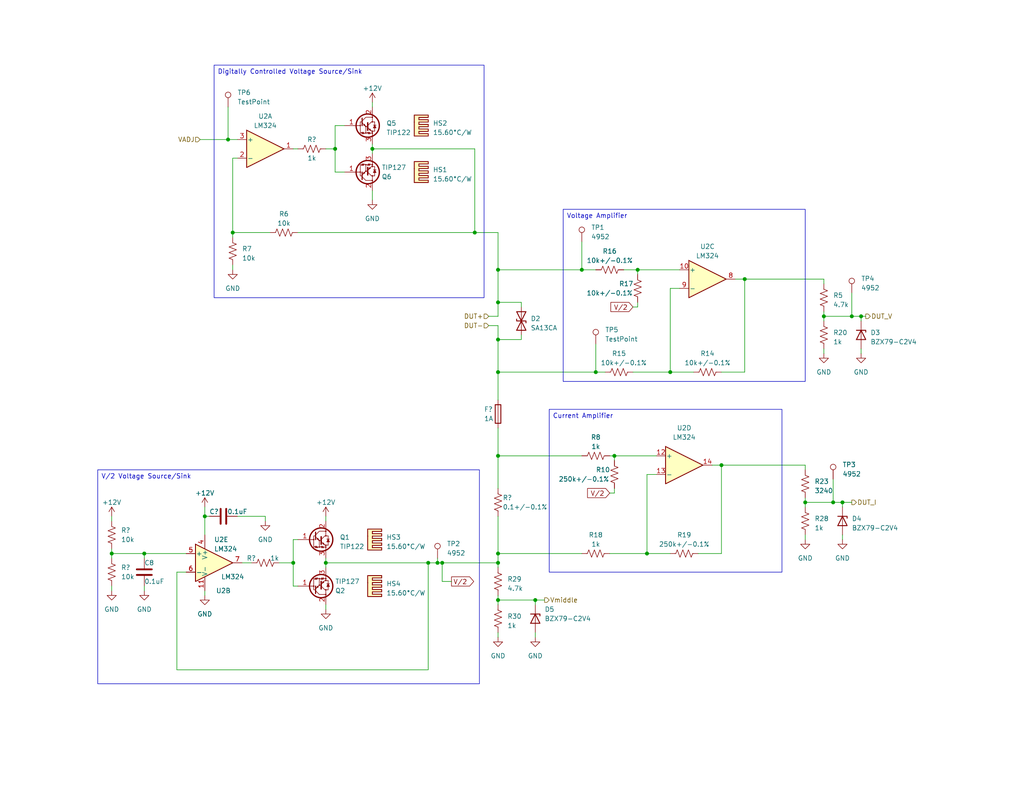
<source format=kicad_sch>
(kicad_sch (version 20230121) (generator eeschema)
  (paper "A")
  (title_block (title "Analog Front End") (date "2023-08-05") (rev "2") (comment 1 "Designed by Marek Newton"))
  (lib_symbols
    (symbol "Amplifier_Operational:LM6144xIx" (pin_names (offset 0.127))
      (property "Reference" "U" (at 0 5.08 0))
      (property "Value" "LM6144xIx" (at 0 -5.08 0))
      (symbol "LM6144xIx_1_1"
        (polyline (pts (xy -5.08 5.08) (xy 5.08 0) (xy -5.08 -5.08) (xy -5.08 5.08)) (stroke (width 0.254)) (fill (type background)))
        (pin output line (at 7.62 0 180) (length 2.54) (name "~") (number "1"))
        (pin input line (at -7.62 -2.54 0) (length 2.54) (name "-") (number "2"))
        (pin input line (at -7.62 2.54 0) (length 2.54) (name "+") (number "3"))
      )
      (symbol "LM6144xIx_2_1"
        (polyline (pts (xy -5.08 5.08) (xy 5.08 0) (xy -5.08 -5.08) (xy -5.08 5.08)) (stroke (width 0.254)) (fill (type background)))
        (pin input line (at -7.62 2.54 0) (length 2.54) (name "+") (number "5"))
        (pin input line (at -7.62 -2.54 0) (length 2.54) (name "-") (number "6"))
        (pin output line (at 7.62 0 180) (length 2.54) (name "~") (number "7"))
      )
      (symbol "LM6144xIx_3_1"
        (polyline (pts (xy -5.08 5.08) (xy 5.08 0) (xy -5.08 -5.08) (xy -5.08 5.08)) (stroke (width 0.254)) (fill (type background)))
        (pin input line (at -7.62 2.54 0) (length 2.54) (name "+") (number "10"))
        (pin output line (at 7.62 0 180) (length 2.54) (name "~") (number "8"))
        (pin input line (at -7.62 -2.54 0) (length 2.54) (name "-") (number "9"))
      )
      (symbol "LM6144xIx_4_1"
        (polyline (pts (xy -5.08 5.08) (xy 5.08 0) (xy -5.08 -5.08) (xy -5.08 5.08)) (stroke (width 0.254)) (fill (type background)))
        (pin input line (at -7.62 2.54 0) (length 2.54) (name "+") (number "12"))
        (pin input line (at -7.62 -2.54 0) (length 2.54) (name "-") (number "13"))
        (pin output line (at 7.62 0 180) (length 2.54) (name "~") (number "14"))
      )
      (symbol "LM6144xIx_5_1"
        (pin power_in line (at -2.54 -7.62 90) (length 3.81) (name "V-") (number "11"))
        (pin power_in line (at -2.54 7.62 270) (length 3.81) (name "V+") (number "4"))
      )
    )
    (symbol "Connector:TestPoint" (pin_numbers hide) (pin_names (offset 0.762) hide)
      (property "Reference" "TP" (at 0 6.858 0))
      (property "Value" "TestPoint" (at 0 5.08 0))
      (symbol "TestPoint_0_1"
        (circle (center 0 3.302) (radius 0.762))
      )
      (symbol "TestPoint_1_1"
        (pin passive line (at 0 0 90) (length 2.54) (name "1") (number "1"))
      )
    )
    (symbol "Device:C" (pin_numbers hide) (pin_names (offset 0.254))
      (property "Reference" "C" (at 0.635 2.54 0))
      (property "Value" "C" (at 0.635 -2.54 0))
      (symbol "C_0_1"
        (polyline (pts (xy -2.032 -0.762) (xy 2.032 -0.762)) (stroke (width 0.508)))
        (polyline (pts (xy -2.032 0.762) (xy 2.032 0.762)) (stroke (width 0.508)))
      )
      (symbol "C_1_1"
        (pin passive line (at 0 3.81 270) (length 2.794) (name "~") (number "1"))
        (pin passive line (at 0 -3.81 90) (length 2.794) (name "~") (number "2"))
      )
    )
    (symbol "Device:D_TVS" (pin_numbers hide) (pin_names (offset 1.016) hide)
      (property "Reference" "D" (at 0 2.54 0))
      (property "Value" "D_TVS" (at 0 -2.54 0))
      (symbol "D_TVS_0_1"
        (polyline (pts (xy 1.27 0) (xy -1.27 0)))
        (polyline (pts (xy 0.508 1.27) (xy 0 1.27) (xy 0 -1.27) (xy -0.508 -1.27)) (stroke (width 0.254)))
        (polyline (pts (xy -2.54 1.27) (xy -2.54 -1.27) (xy 2.54 1.27) (xy 2.54 -1.27) (xy -2.54 1.27)) (stroke (width 0.254)))
      )
      (symbol "D_TVS_1_1"
        (pin passive line (at -3.81 0 0) (length 2.54) (name "A1") (number "1"))
        (pin passive line (at 3.81 0 180) (length 2.54) (name "A2") (number "2"))
      )
    )
    (symbol "Device:D_Zener" (pin_numbers hide) (pin_names (offset 1.016) hide)
      (property "Reference" "D" (at 0 2.54 0))
      (property "Value" "D_Zener" (at 0 -2.54 0))
      (symbol "D_Zener_0_1"
        (polyline (pts (xy 1.27 0) (xy -1.27 0)))
        (polyline (pts (xy -1.27 -1.27) (xy -1.27 1.27) (xy -0.762 1.27)) (stroke (width 0.254)))
        (polyline (pts (xy 1.27 -1.27) (xy 1.27 1.27) (xy -1.27 0) (xy 1.27 -1.27)) (stroke (width 0.254)))
      )
      (symbol "D_Zener_1_1"
        (pin passive line (at -3.81 0 0) (length 2.54) (name "K") (number "1"))
        (pin passive line (at 3.81 0 180) (length 2.54) (name "A") (number "2"))
      )
    )
    (symbol "Device:Fuse" (pin_numbers hide) (pin_names (offset 0))
      (property "Reference" "F" (at 2.032 0 90))
      (property "Value" "Fuse" (at -1.905 0 90))
      (symbol "Fuse_0_1"
        (rectangle (start -0.762 -2.54) (end 0.762 2.54) (stroke (width 0.254)))
        (polyline (pts (xy 0 2.54) (xy 0 -2.54)))
      )
      (symbol "Fuse_1_1"
        (pin passive line (at 0 3.81 270) (length 1.27) (name "~") (number "1"))
        (pin passive line (at 0 -3.81 90) (length 1.27) (name "~") (number "2"))
      )
    )
    (symbol "Device:R_US" (pin_numbers hide) (pin_names (offset 0))
      (property "Reference" "R" (at 2.54 0 90))
      (property "Value" "R_US" (at -2.54 0 90))
      (symbol "R_US_0_1"
        (polyline (pts (xy 0 -2.286) (xy 0 -2.54)))
        (polyline (pts (xy 0 2.286) (xy 0 2.54)))
        (polyline (pts (xy 0 -0.762) (xy 1.016 -1.143) (xy 0 -1.524) (xy -1.016 -1.905) (xy 0 -2.286)))
        (polyline (pts (xy 0 0.762) (xy 1.016 0.381) (xy 0 0) (xy -1.016 -0.381) (xy 0 -0.762)))
        (polyline (pts (xy 0 2.286) (xy 1.016 1.905) (xy 0 1.524) (xy -1.016 1.143) (xy 0 0.762)))
      )
      (symbol "R_US_1_1"
        (pin passive line (at 0 3.81 270) (length 1.27) (name "~") (number "1"))
        (pin passive line (at 0 -3.81 90) (length 1.27) (name "~") (number "2"))
      )
    )
    (symbol "Mechanical:Heatsink" (pin_names (offset 1.016))
      (property "Reference" "HS" (at 0 5.08 0))
      (property "Value" "Heatsink" (at 0 -1.27 0))
      (symbol "Heatsink_0_1"
        (polyline (pts (xy -0.3302 1.27) (xy -0.9652 1.27) (xy -0.9652 3.81) (xy -1.6002 3.81) (xy -1.6002 1.27) (xy -2.2352 1.27) (xy -2.2352 3.81) (xy -2.8702 3.81) (xy -2.8702 0) (xy -0.9652 0)) (stroke (width 0.254)) (fill (type background)))
        (polyline (pts (xy -0.3302 1.27) (xy -0.3302 3.81) (xy 0.3048 3.81) (xy 0.3048 1.27) (xy 0.9398 1.27) (xy 0.9398 3.81) (xy 1.5748 3.81) (xy 1.5748 1.27) (xy 2.2098 1.27) (xy 2.2098 3.81) (xy 2.8448 3.81) (xy 2.8448 0) (xy -0.9652 0)) (stroke (width 0.254)) (fill (type background)))
      )
    )
    (symbol "Transistor_BJT:TIP122" (pin_names (offset 0) hide)
      (property "Reference" "Q" (at 5.08 1.905 0))
      (property "Value" "TIP122" (at 5.08 0 0))
      (symbol "TIP122_0_1"
        (circle (center -0.762 0) (radius 0.127))
        (polyline (pts (xy -1.27 0) (xy -0.889 0)))
        (polyline (pts (xy 2.54 -2.032) (xy 2.54 -2.54)))
        (polyline (pts (xy 2.54 -1.524) (xy 3.175 -1.524)))
        (polyline (pts (xy 2.794 0.127) (xy 3.556 0.127)))
        (polyline (pts (xy 3.175 -0.635) (xy 3.175 -1.524)))
        (polyline (pts (xy 3.175 1.016) (xy 2.54 1.016)))
        (polyline (pts (xy 3.175 1.016) (xy 3.175 0.127)))
        (polyline (pts (xy -0.254 0.762) (xy 0.762 -0.254) (xy 1.27 -0.254)))
        (polyline (pts (xy -0.254 1.016) (xy -0.762 1.016) (xy -0.762 -2.032)))
        (polyline (pts (xy -0.254 1.27) (xy 0.762 2.286) (xy 2.54 2.286)))
        (polyline (pts (xy -0.254 2.032) (xy -0.254 0) (xy -0.254 0)) (stroke (width 0.3048)))
        (polyline (pts (xy 1.27 0.762) (xy 1.27 -1.27) (xy 1.27 -1.27)) (stroke (width 0.381)))
        (polyline (pts (xy 0.635 -0.127) (xy 0.381 0.381) (xy 0.127 0.127) (xy 0.635 -0.127)))
        (polyline (pts (xy 1.27 -0.508) (xy 2.286 -1.524) (xy 2.54 -1.524) (xy 2.54 -2.032)))
        (polyline (pts (xy 1.27 0) (xy 2.286 1.016) (xy 2.54 1.016) (xy 2.54 2.286)))
        (polyline (pts (xy 2.159 -1.397) (xy 1.905 -0.889) (xy 1.651 -1.143) (xy 2.159 -1.397)))
        (polyline (pts (xy 3.175 0.127) (xy 2.794 -0.635) (xy 3.556 -0.635) (xy 3.175 0.127)) (fill (type outline)))
        (polyline (pts (xy 0.762 -2.032) (xy 0.381 -2.032) (xy 0.254 -2.286) (xy 0.127 -1.778) (xy 0 -2.286) (xy -0.127 -1.778) (xy -0.254 -2.286) (xy -0.381 -1.778) (xy -0.508 -2.032) (xy -0.762 -2.032)))
        (polyline (pts (xy 0.762 -0.254) (xy 0.762 -2.032) (xy 1.143 -2.032) (xy 1.27 -1.778) (xy 1.397 -2.286) (xy 1.524 -1.778) (xy 1.651 -2.286) (xy 1.778 -1.778) (xy 1.905 -2.286) (xy 2.032 -2.032) (xy 2.54 -2.032)))
        (circle (center 0.762 -2.032) (radius 0.127))
        (circle (center 0.762 -0.254) (radius 0.127))
        (circle (center 1.27 0) (radius 3.175) (stroke (width 0.3556)))
        (circle (center 2.54 -2.032) (radius 0.127))
        (circle (center 2.54 -1.524) (radius 0.127))
        (circle (center 2.54 1.016) (radius 0.127))
        (circle (center 2.54 2.286) (radius 0.127))
      )
      (symbol "TIP122_1_1"
        (pin input line (at -5.08 0 0) (length 3.81) (name "B") (number "1"))
        (pin passive line (at 2.54 5.08 270) (length 2.667) (name "C") (number "2"))
        (pin passive line (at 2.54 -5.08 90) (length 2.54) (name "E") (number "3"))
      )
    )
    (symbol "Transistor_BJT:TIP127" (pin_names (offset 0) hide)
      (property "Reference" "Q" (at 5.08 1.905 0))
      (property "Value" "TIP127" (at 5.08 0 0))
      (symbol "TIP127_0_1"
        (circle (center -0.762 0) (radius 0.127))
        (polyline (pts (xy -1.27 0) (xy -0.889 0)))
        (polyline (pts (xy 2.54 -2.032) (xy 2.54 -2.54)))
        (polyline (pts (xy 2.54 -1.524) (xy 3.175 -1.524)))
        (polyline (pts (xy 2.794 -0.635) (xy 3.556 -0.635)))
        (polyline (pts (xy 3.175 -1.524) (xy 3.175 -0.635)))
        (polyline (pts (xy 3.175 0.127) (xy 3.175 1.016)))
        (polyline (pts (xy 3.175 1.016) (xy 2.54 1.016)))
        (polyline (pts (xy -0.254 0.762) (xy 0.762 -0.254) (xy 1.27 -0.254)))
        (polyline (pts (xy -0.254 1.016) (xy -0.762 1.016) (xy -0.762 -2.032)))
        (polyline (pts (xy -0.254 1.27) (xy 0.762 2.286) (xy 2.54 2.286)))
        (polyline (pts (xy -0.254 2.032) (xy -0.254 0) (xy -0.254 0)) (stroke (width 0.3048)))
        (polyline (pts (xy 1.27 0.762) (xy 1.27 -1.27) (xy 1.27 -1.27)) (stroke (width 0.381)))
        (polyline (pts (xy 0 0.508) (xy 0.254 0) (xy 0.508 0.254) (xy 0 0.508)))
        (polyline (pts (xy 1.27 -0.508) (xy 2.286 -1.524) (xy 2.54 -1.524) (xy 2.54 -2.032)))
        (polyline (pts (xy 1.27 0) (xy 2.286 1.016) (xy 2.54 1.016) (xy 2.54 2.286)))
        (polyline (pts (xy 1.524 -0.762) (xy 1.778 -1.27) (xy 2.032 -1.016) (xy 1.524 -0.762)))
        (polyline (pts (xy 3.175 -0.635) (xy 2.794 0.127) (xy 3.556 0.127) (xy 3.175 -0.635)) (fill (type outline)))
        (polyline (pts (xy 0.762 -2.032) (xy 0.381 -2.032) (xy 0.254 -2.286) (xy 0.127 -1.778) (xy 0 -2.286) (xy -0.127 -1.778) (xy -0.254 -2.286) (xy -0.381 -1.778) (xy -0.508 -2.032) (xy -0.762 -2.032)))
        (polyline (pts (xy 0.762 -0.254) (xy 0.762 -2.032) (xy 1.143 -2.032) (xy 1.27 -1.778) (xy 1.397 -2.286) (xy 1.524 -1.778) (xy 1.651 -2.286) (xy 1.778 -1.778) (xy 1.905 -2.286) (xy 2.032 -2.032) (xy 2.54 -2.032)))
        (circle (center 0.762 -2.032) (radius 0.127))
        (circle (center 0.762 -0.254) (radius 0.127))
        (circle (center 1.27 0) (radius 3.175) (stroke (width 0.3556)))
        (circle (center 2.54 -2.032) (radius 0.127))
        (circle (center 2.54 -1.524) (radius 0.127))
        (circle (center 2.54 1.016) (radius 0.127))
        (circle (center 2.54 2.286) (radius 0.127))
      )
      (symbol "TIP127_1_1"
        (pin input line (at -5.08 0 0) (length 3.81) (name "B") (number "1"))
        (pin passive line (at 2.54 5.08 270) (length 2.667) (name "C") (number "2"))
        (pin passive line (at 2.54 -5.08 90) (length 2.54) (name "E") (number "3"))
      )
    )
    (symbol "power:+12V" (power) (pin_names (offset 0))
      (property "Value" "+12V" (at 0 3.556 0))
      (symbol "+12V_0_1"
        (polyline (pts (xy -0.762 1.27) (xy 0 2.54)))
        (polyline (pts (xy 0 0) (xy 0 2.54)))
        (polyline (pts (xy 0 2.54) (xy 0.762 1.27)))
      )
      (symbol "+12V_1_1"
        (pin power_in line (at 0 0 90) (length 0) hide (name "+12V") (number "1"))
      )
    )
    (symbol "power:GND" (power) (pin_names (offset 0))
      (property "Value" "GND" (at 0 -3.81 0))
      (symbol "GND_0_1"
        (polyline (pts (xy 0 0) (xy 0 -1.27) (xy 1.27 -1.27) (xy 0 -2.54) (xy -1.27 -1.27) (xy 0 -1.27)))
      )
      (symbol "GND_1_1"
        (pin power_in line (at 0 0 270) (length 0) hide (name "GND") (number "1"))
      )
    )
  )
  (junction (at 176.53 151.13))
  (junction (at 167.64 124.46))
  (junction (at 135.89 151.13))
  (junction (at 101.6 40.64))
  (junction (at 91.44 40.64))
  (junction (at 146.05 163.83))
  (junction (at 135.89 73.66))
  (junction (at 62.23 38.1))
  (junction (at 158.75 73.66))
  (junction (at 135.89 101.6))
  (junction (at 120.65 153.67))
  (junction (at 182.88 101.6))
  (junction (at 39.37 151.13))
  (junction (at 116.84 153.67))
  (junction (at 55.88 140.97))
  (junction (at 88.9 153.67))
  (junction (at 135.89 163.83))
  (junction (at 227.33 137.16))
  (junction (at 203.2 76.2))
  (junction (at 135.89 82.55))
  (junction (at 224.79 86.36))
  (junction (at 135.89 92.71))
  (junction (at 196.85 127))
  (junction (at 63.5 63.5))
  (junction (at 30.48 151.13))
  (junction (at 129.54 63.5))
  (junction (at 219.71 137.16))
  (junction (at 234.95 86.36))
  (junction (at 135.89 153.67))
  (junction (at 232.41 86.36))
  (junction (at 229.87 137.16))
  (junction (at 119.38 153.67))
  (junction (at 135.89 124.46))
  (junction (at 173.99 73.66))
  (junction (at 162.56 101.6))
  (junction (at 80.01 153.67))
  (wire (pts (xy 203.2 76.2) (xy 224.79 76.2)))
  (wire (pts (xy 133.35 86.36) (xy 135.89 86.36)))
  (wire (pts (xy 179.07 129.54) (xy 176.53 129.54)))
  (wire (pts (xy 227.33 137.16) (xy 229.87 137.16)))
  (wire (pts (xy 55.88 161.29) (xy 55.88 162.56)))
  (wire (pts (xy 135.89 101.6) (xy 162.56 101.6)))
  (wire (pts (xy 176.53 129.54) (xy 176.53 151.13)))
  (wire (pts (xy 172.72 101.6) (xy 182.88 101.6)))
  (wire (pts (xy 146.05 163.83) (xy 148.59 163.83)))
  (wire (pts (xy 129.54 63.5) (xy 135.89 63.5)))
  (wire (pts (xy 219.71 147.32) (xy 219.71 146.05)))
  (wire (pts (xy 224.79 77.47) (xy 224.79 76.2)))
  (wire (pts (xy 30.48 140.97) (xy 30.48 142.24)))
  (wire (pts (xy 63.5 43.18) (xy 63.5 63.5)))
  (wire (pts (xy 88.9 153.67) (xy 116.84 153.67)))
  (wire (pts (xy 135.89 82.55) (xy 135.89 86.36)))
  (wire (pts (xy 176.53 151.13) (xy 182.88 151.13)))
  (wire (pts (xy 219.71 137.16) (xy 227.33 137.16)))
  (wire (pts (xy 101.6 52.07) (xy 101.6 54.61)))
  (wire (pts (xy 196.85 127) (xy 219.71 127)))
  (wire (pts (xy 229.87 137.16) (xy 232.41 137.16)))
  (wire (pts (xy 166.37 151.13) (xy 176.53 151.13)))
  (wire (pts (xy 63.5 72.39) (xy 63.5 73.66)))
  (wire (pts (xy 224.79 86.36) (xy 224.79 85.09)))
  (wire (pts (xy 116.84 153.67) (xy 116.84 182.88)))
  (wire (pts (xy 30.48 160.02) (xy 30.48 161.29)))
  (wire (pts (xy 135.89 101.6) (xy 135.89 109.22)))
  (wire (pts (xy 101.6 40.64) (xy 101.6 41.91)))
  (wire (pts (xy 135.89 82.55) (xy 142.24 82.55)))
  (wire (pts (xy 224.79 87.63) (xy 224.79 86.36)))
  (wire (pts (xy 158.75 73.66) (xy 162.56 73.66)))
  (wire (pts (xy 80.01 147.32) (xy 81.28 147.32)))
  (wire (pts (xy 162.56 101.6) (xy 165.1 101.6)))
  (wire (pts (xy 91.44 34.29) (xy 91.44 40.64)))
  (wire (pts (xy 173.99 73.66) (xy 173.99 74.93)))
  (wire (pts (xy 135.89 88.9) (xy 135.89 92.71)))
  (wire (pts (xy 219.71 137.16) (xy 219.71 135.89)))
  (wire (pts (xy 135.89 154.94) (xy 135.89 153.67)))
  (wire (pts (xy 120.65 153.67) (xy 135.89 153.67)))
  (wire (pts (xy 229.87 146.05) (xy 229.87 147.32)))
  (wire (pts (xy 54.61 38.1) (xy 62.23 38.1)))
  (wire (pts (xy 88.9 165.1) (xy 88.9 166.37)))
  (wire (pts (xy 185.42 78.74) (xy 182.88 78.74)))
  (wire (pts (xy 116.84 153.67) (xy 119.38 153.67)))
  (wire (pts (xy 146.05 172.72) (xy 146.05 173.99)))
  (wire (pts (xy 135.89 140.97) (xy 135.89 151.13)))
  (wire (pts (xy 135.89 172.72) (xy 135.89 173.99)))
  (wire (pts (xy 203.2 101.6) (xy 203.2 76.2)))
  (wire (pts (xy 55.88 140.97) (xy 55.88 146.05)))
  (wire (pts (xy 48.26 182.88) (xy 116.84 182.88)))
  (wire (pts (xy 135.89 73.66) (xy 158.75 73.66)))
  (wire (pts (xy 88.9 40.64) (xy 91.44 40.64)))
  (wire (pts (xy 166.37 124.46) (xy 167.64 124.46)))
  (wire (pts (xy 81.28 63.5) (xy 129.54 63.5)))
  (wire (pts (xy 81.28 160.02) (xy 80.01 160.02)))
  (wire (pts (xy 196.85 127) (xy 196.85 151.13)))
  (wire (pts (xy 80.01 153.67) (xy 80.01 160.02)))
  (wire (pts (xy 196.85 101.6) (xy 203.2 101.6)))
  (wire (pts (xy 135.89 163.83) (xy 146.05 163.83)))
  (wire (pts (xy 142.24 91.44) (xy 142.24 92.71)))
  (wire (pts (xy 234.95 86.36) (xy 236.22 86.36)))
  (wire (pts (xy 55.88 138.43) (xy 55.88 140.97)))
  (wire (pts (xy 88.9 153.67) (xy 88.9 154.94)))
  (wire (pts (xy 229.87 137.16) (xy 229.87 138.43)))
  (wire (pts (xy 72.39 142.24) (xy 72.39 140.97)))
  (wire (pts (xy 194.31 127) (xy 196.85 127)))
  (wire (pts (xy 170.18 73.66) (xy 173.99 73.66)))
  (wire (pts (xy 190.5 151.13) (xy 196.85 151.13)))
  (wire (pts (xy 146.05 163.83) (xy 146.05 165.1)))
  (wire (pts (xy 172.72 83.82) (xy 173.99 83.82)))
  (wire (pts (xy 203.2 76.2) (xy 200.66 76.2)))
  (wire (pts (xy 63.5 63.5) (xy 73.66 63.5)))
  (wire (pts (xy 232.41 86.36) (xy 234.95 86.36)))
  (wire (pts (xy 166.37 134.62) (xy 167.64 134.62)))
  (wire (pts (xy 224.79 86.36) (xy 232.41 86.36)))
  (wire (pts (xy 135.89 92.71) (xy 142.24 92.71)))
  (wire (pts (xy 135.89 162.56) (xy 135.89 163.83)))
  (wire (pts (xy 48.26 156.21) (xy 48.26 182.88)))
  (wire (pts (xy 88.9 140.97) (xy 88.9 142.24)))
  (wire (pts (xy 80.01 40.64) (xy 81.28 40.64)))
  (wire (pts (xy 50.8 156.21) (xy 48.26 156.21)))
  (wire (pts (xy 224.79 95.25) (xy 224.79 96.52)))
  (wire (pts (xy 101.6 40.64) (xy 129.54 40.64)))
  (wire (pts (xy 135.89 124.46) (xy 135.89 133.35)))
  (wire (pts (xy 219.71 138.43) (xy 219.71 137.16)))
  (wire (pts (xy 135.89 151.13) (xy 158.75 151.13)))
  (wire (pts (xy 66.04 153.67) (xy 68.58 153.67)))
  (wire (pts (xy 101.6 39.37) (xy 101.6 40.64)))
  (wire (pts (xy 135.89 73.66) (xy 135.89 82.55)))
  (wire (pts (xy 62.23 38.1) (xy 64.77 38.1)))
  (wire (pts (xy 135.89 116.84) (xy 135.89 124.46)))
  (wire (pts (xy 135.89 163.83) (xy 135.89 165.1)))
  (wire (pts (xy 72.39 140.97) (xy 64.77 140.97)))
  (wire (pts (xy 30.48 151.13) (xy 30.48 152.4)))
  (wire (pts (xy 182.88 101.6) (xy 189.23 101.6)))
  (wire (pts (xy 101.6 27.94) (xy 101.6 29.21)))
  (wire (pts (xy 76.2 153.67) (xy 80.01 153.67)))
  (wire (pts (xy 173.99 73.66) (xy 185.42 73.66)))
  (wire (pts (xy 232.41 80.01) (xy 232.41 86.36)))
  (wire (pts (xy 39.37 160.02) (xy 39.37 161.29)))
  (wire (pts (xy 234.95 96.52) (xy 234.95 95.25)))
  (wire (pts (xy 39.37 151.13) (xy 39.37 152.4)))
  (wire (pts (xy 133.35 88.9) (xy 135.89 88.9)))
  (wire (pts (xy 91.44 34.29) (xy 93.98 34.29)))
  (wire (pts (xy 129.54 40.64) (xy 129.54 63.5)))
  (wire (pts (xy 167.64 124.46) (xy 179.07 124.46)))
  (wire (pts (xy 30.48 149.86) (xy 30.48 151.13)))
  (wire (pts (xy 135.89 92.71) (xy 135.89 101.6)))
  (wire (pts (xy 120.65 158.75) (xy 120.65 153.67)))
  (wire (pts (xy 167.64 133.35) (xy 167.64 134.62)))
  (wire (pts (xy 63.5 43.18) (xy 64.77 43.18)))
  (wire (pts (xy 234.95 87.63) (xy 234.95 86.36)))
  (wire (pts (xy 39.37 151.13) (xy 50.8 151.13)))
  (wire (pts (xy 135.89 63.5) (xy 135.89 73.66)))
  (wire (pts (xy 173.99 82.55) (xy 173.99 83.82)))
  (wire (pts (xy 182.88 78.74) (xy 182.88 101.6)))
  (wire (pts (xy 62.23 29.21) (xy 62.23 38.1)))
  (wire (pts (xy 167.64 124.46) (xy 167.64 125.73)))
  (wire (pts (xy 80.01 147.32) (xy 80.01 153.67)))
  (wire (pts (xy 135.89 153.67) (xy 135.89 151.13)))
  (wire (pts (xy 227.33 130.81) (xy 227.33 137.16)))
  (wire (pts (xy 91.44 40.64) (xy 91.44 46.99)))
  (wire (pts (xy 30.48 151.13) (xy 39.37 151.13)))
  (wire (pts (xy 57.15 140.97) (xy 55.88 140.97)))
  (wire (pts (xy 63.5 63.5) (xy 63.5 64.77)))
  (wire (pts (xy 93.98 46.99) (xy 91.44 46.99)))
  (wire (pts (xy 158.75 124.46) (xy 135.89 124.46)))
  (wire (pts (xy 119.38 152.4) (xy 119.38 153.67)))
  (wire (pts (xy 162.56 93.98) (xy 162.56 101.6)))
  (wire (pts (xy 123.19 158.75) (xy 120.65 158.75)))
  (wire (pts (xy 219.71 128.27) (xy 219.71 127)))
  (wire (pts (xy 120.65 153.67) (xy 119.38 153.67)))
  (wire (pts (xy 142.24 83.82) (xy 142.24 82.55)))
  (wire (pts (xy 88.9 152.4) (xy 88.9 153.67)))
  (wire (pts (xy 158.75 66.04) (xy 158.75 73.66)))
  (text_box "Voltage Amplifier" (at 153.67 57.15 0) (size 66.04 46.99) (effects (font (size 1.27 1.27)) (justify left top)))
  (text_box "Digitally Controlled Voltage Source/Sink" (at 58.42 17.78 0) (size 73.66 63.5) (effects (font (size 1.27 1.27)) (justify left top)))
  (text_box "V/2 Voltage Source/Sink" (at 26.67 128.27 0) (size 104.14 58.42) (effects (font (size 1.27 1.27)) (justify left top)))
  (text_box "Current Amplifier" (at 149.86 111.76 0) (size 63.5 44.45) (effects (font (size 1.27 1.27)) (justify left top)))
  (global_label "V{slash}2" (shape input) (at 166.37 134.62 180) (property "Intersheetrefs" "${INTERSHEET_REFS}" (effects hide)))
  (global_label "V{slash}2" (shape input) (at 172.72 83.82 180) (property "Intersheetrefs" "${INTERSHEET_REFS}" (effects hide)))
  (global_label "V{slash}2" (shape output) (at 123.19 158.75 0) (property "Intersheetrefs" "${INTERSHEET_REFS}" (effects hide)))
  (hierarchical_label "VADJ" (shape input) (at 54.61 38.1 180))
  (hierarchical_label "DUT-" (shape input) (at 133.35 88.9 180))
  (hierarchical_label "DUT+" (shape input) (at 133.35 86.36 180))
  (hierarchical_label "DUT_I" (shape output) (at 232.41 137.16 0))
  (hierarchical_label "Vmiddle" (shape output) (at 148.59 163.83 0))
  (hierarchical_label "DUT_V" (shape output) (at 236.22 86.36 0))
  (symbol (lib_id "power:GND") (at 39.37 161.29 0) (mirror y) (unit 1)
    (property "Reference" "#PWR?" (effects hide))
    (property "Value" "GND" (at 39.37 166.37 0))
    (instances (project "USB_curve_tracer" (path "" (reference "#PWR?") (unit 1)) (path "" (reference "#PWR037") (unit 1))))
  )
  (symbol (lib_id "Device:R_US") (at 167.64 129.54 0) (unit 1)
    (property "Reference" "R10" (at 162.56 128.27 0) (effects (justify left)))
    (property "Value" "250k+/-0.1%" (at 152.4 130.81 0) (effects (justify left)))
    (property "Footprint" "Resistor_THT:R_Axial_DIN0207_L6.3mm_D2.5mm_P7.62mm_Horizontal" (effects hide))
  )
  (symbol (lib_id "power:GND") (at 224.79 96.52 0) (mirror y) (unit 1)
    (property "Reference" "#PWR?" (effects hide))
    (property "Value" "GND" (at 224.79 101.6 0))
    (instances (project "USB_curve_tracer" (path "" (reference "#PWR?") (unit 1)) (path "" (reference "#PWR033") (unit 1))))
  )
  (symbol (lib_id "Amplifier_Operational:LM6144xIx") (at 186.69 127 0) (unit 4)
    (property "Reference" "U2" (at 186.69 116.84 0))
    (property "Value" "LM324" (at 186.69 119.38 0))
    (property "Footprint" "Package_DIP:DIP-14_W7.62mm" (effects hide))
    (property "Datasheet" "https://www.ti.com/lit/ds/symlink/lm6142.pdf" (effects hide))
  )
  (symbol (lib_id "Device:C") (at 39.37 156.21 0) (unit 1)
    (property "Reference" "C8" (at 39.37 153.67 0) (effects (justify left)))
    (property "Value" "0.1uF" (at 39.37 158.75 0) (effects (justify left)))
    (property "Footprint" "Capacitor_THT:C_Disc_D6.0mm_W2.5mm_P5.00mm" (effects hide))
  )
  (symbol (lib_id "Mechanical:Heatsink") (at 113.03 46.99 270) (unit 1) (on_board no)
    (property "Reference" "HS1" (at 118.11 46.3423 90) (effects (justify left)))
    (property "Value" "15.60°C/W" (at 118.11 48.8823 90) (effects (justify left)))
  )
  (symbol (lib_id "Transistor_BJT:TIP127") (at 86.36 160.02 0) (mirror x) (unit 1)
    (property "Reference" "Q2" (at 91.44 161.29 0) (effects (justify left)))
    (property "Value" "TIP127" (at 91.44 158.75 0) (effects (justify left)))
    (property "Footprint" "Package_TO_SOT_THT:TO-220-3_Vertical" (effects hide))
    (property "Datasheet" "https://www.onsemi.com/pub/Collateral/TIP120-D.PDF" (effects hide))
  )
  (symbol (lib_id "Transistor_BJT:TIP122") (at 99.06 34.29 0) (unit 1)
    (property "Reference" "Q5" (at 105.41 33.655 0) (effects (justify left)))
    (property "Value" "TIP122" (at 105.41 36.195 0) (effects (justify left)))
    (property "Footprint" "Package_TO_SOT_THT:TO-220-3_Vertical" (effects hide))
    (property "Datasheet" "https://www.onsemi.com/pub/Collateral/TIP120-D.PDF" (effects hide))
  )
  (symbol (lib_id "Amplifier_Operational:LM6144xIx") (at 72.39 40.64 0) (unit 1)
    (property "Reference" "U2" (at 72.39 31.75 0))
    (property "Value" "LM324" (at 72.39 34.29 0))
    (property "Footprint" "Package_DIP:DIP-14_W7.62mm" (effects hide))
    (property "Datasheet" "https://www.ti.com/lit/ds/symlink/lm6142.pdf" (effects hide))
  )
  (symbol (lib_id "Amplifier_Operational:LM6144xIx") (at 58.42 153.67 0) (unit 5)
    (property "Reference" "U2" (at 58.42 147.32 0) (effects (justify left)))
    (property "Value" "LM324" (at 58.42 149.86 0) (effects (justify left)))
    (property "Footprint" "Package_DIP:DIP-14_W7.62mm" (effects hide))
    (property "Datasheet" "https://www.ti.com/lit/ds/symlink/lm6142.pdf" (effects hide))
  )
  (symbol (lib_id "Device:R_US") (at 135.89 158.75 0) (unit 1)
    (property "Reference" "R29" (at 138.43 158.115 0) (effects (justify left)))
    (property "Value" "4.7k" (at 138.43 160.655 0) (effects (justify left)))
    (property "Footprint" "Resistor_THT:R_Axial_DIN0207_L6.3mm_D2.5mm_P7.62mm_Horizontal" (effects hide))
  )
  (symbol (lib_id "Device:Fuse") (at 135.89 113.03 0) (unit 1)
    (property "Reference" "F?" (at 132.08 111.76 0) (effects (justify left)))
    (property "Value" "1A" (at 132.08 114.3 0) (effects (justify left)))
    (property "Footprint" "Fuse:Fuse_1206_3216Metric_Pad1.42x1.75mm_HandSolder" (effects hide))
    (instances (project "USB_curve_tracer" (path "" (reference "F?") (unit 1)) (path "" (reference "F2") (unit 1))))
  )
  (symbol (lib_id "Device:R_US") (at 219.71 142.24 0) (unit 1)
    (property "Reference" "R28" (at 222.25 141.605 0) (effects (justify left)))
    (property "Value" "1k" (at 222.25 144.145 0) (effects (justify left)))
    (property "Footprint" "Resistor_THT:R_Axial_DIN0207_L6.3mm_D2.5mm_P7.62mm_Horizontal" (effects hide))
  )
  (symbol (lib_id "Connector:TestPoint") (at 158.75 66.04 0) (unit 1)
    (property "Reference" "TP1" (at 161.29 62.103 0) (effects (justify left)))
    (property "Value" "4952" (at 161.29 64.643 0) (effects (justify left)))
    (property "Footprint" "TestPoint:TestPoint_THTPad_D2.5mm_Drill1.2mm" (effects hide))
  )
  (symbol (lib_id "Device:R_US") (at 77.47 63.5 90) (unit 1)
    (property "Reference" "R6" (at 77.47 58.42 90))
    (property "Value" "10k" (at 77.47 60.96 90))
    (property "Footprint" "Resistor_THT:R_Axial_DIN0207_L6.3mm_D2.5mm_P7.62mm_Horizontal" (effects hide))
  )
  (symbol (lib_id "power:+12V") (at 55.88 138.43 0) (unit 1)
    (property "Reference" "#PWR018" (effects hide))
    (property "Value" "+12V" (at 55.88 134.62 0))
  )
  (symbol (lib_id "power:GND") (at 135.89 173.99 0) (mirror y) (unit 1)
    (property "Reference" "#PWR?" (effects hide))
    (property "Value" "GND" (at 135.89 179.07 0))
    (instances (project "USB_curve_tracer" (path "" (reference "#PWR?") (unit 1)) (path "" (reference "#PWR035") (unit 1))))
  )
  (symbol (lib_id "Transistor_BJT:TIP122") (at 86.36 147.32 0) (unit 1)
    (property "Reference" "Q1" (at 92.71 146.685 0) (effects (justify left)))
    (property "Value" "TIP122" (at 92.71 149.225 0) (effects (justify left)))
    (property "Footprint" "Package_TO_SOT_THT:TO-220-3_Vertical" (effects hide))
    (property "Datasheet" "https://www.onsemi.com/pub/Collateral/TIP120-D.PDF" (effects hide))
  )
  (symbol (lib_id "power:GND") (at 234.95 96.52 0) (mirror y) (unit 1)
    (property "Reference" "#PWR?" (effects hide))
    (property "Value" "GND" (at 234.95 101.6 0))
    (instances (project "USB_curve_tracer" (path "" (reference "#PWR?") (unit 1)) (path "" (reference "#PWR036") (unit 1))))
  )
  (symbol (lib_id "Device:R_US") (at 162.56 124.46 90) (unit 1)
    (property "Reference" "R8" (at 162.56 119.38 90))
    (property "Value" "1k" (at 162.56 121.92 90))
    (property "Footprint" "Resistor_THT:R_Axial_DIN0207_L6.3mm_D2.5mm_P7.62mm_Horizontal" (effects hide))
  )
  (symbol (lib_id "power:GND") (at 146.05 173.99 0) (mirror y) (unit 1)
    (property "Reference" "#PWR?" (effects hide))
    (property "Value" "GND" (at 146.05 179.07 0))
    (instances (project "USB_curve_tracer" (path "" (reference "#PWR?") (unit 1)) (path "" (reference "#PWR039") (unit 1))))
  )
  (symbol (lib_id "power:GND") (at 55.88 162.56 0) (mirror y) (unit 1)
    (property "Reference" "#PWR?" (effects hide))
    (property "Value" "GND" (at 55.88 167.64 0))
    (instances (project "USB_curve_tracer" (path "" (reference "#PWR?") (unit 1)) (path "" (reference "#PWR020") (unit 1))))
  )
  (symbol (lib_id "Device:R_US") (at 30.48 146.05 0) (unit 1)
    (property "Reference" "R?" (at 33.02 144.7799 0) (effects (justify left)))
    (property "Value" "10k" (at 33.02 147.3199 0) (effects (justify left)))
    (property "Footprint" "Resistor_THT:R_Axial_DIN0207_L6.3mm_D2.5mm_P7.62mm_Horizontal" (effects hide))
    (instances (project "USB_curve_tracer" (path "" (reference "R?") (unit 1)) (path "" (reference "R2") (unit 1))))
  )
  (symbol (lib_id "Device:R_US") (at 168.91 101.6 90) (unit 1)
    (property "Reference" "R15" (at 168.91 96.52 90))
    (property "Value" "10k+/-0.1%" (at 170.18 99.06 90))
    (property "Footprint" "Resistor_THT:R_Axial_DIN0207_L6.3mm_D2.5mm_P7.62mm_Horizontal" (effects hide))
  )
  (symbol (lib_id "Device:R_US") (at 30.48 156.21 0) (unit 1)
    (property "Reference" "R?" (at 33.02 154.9399 0) (effects (justify left)))
    (property "Value" "10k" (at 33.02 157.4799 0) (effects (justify left)))
    (property "Footprint" "Resistor_THT:R_Axial_DIN0207_L6.3mm_D2.5mm_P7.62mm_Horizontal" (effects hide))
    (instances (project "USB_curve_tracer" (path "" (reference "R?") (unit 1)) (path "" (reference "R3") (unit 1))))
  )
  (symbol (lib_id "Transistor_BJT:TIP127") (at 99.06 46.99 0) (mirror x) (unit 1)
    (property "Reference" "Q6" (at 104.14 48.26 0) (effects (justify left)))
    (property "Value" "TIP127" (at 104.14 45.72 0) (effects (justify left)))
    (property "Footprint" "Package_TO_SOT_THT:TO-220-3_Vertical" (effects hide))
    (property "Datasheet" "https://www.onsemi.com/pub/Collateral/TIP120-D.PDF" (effects hide))
  )
  (symbol (lib_id "Device:R_US") (at 85.09 40.64 90) (unit 1)
    (property "Reference" "R?" (at 85.09 38.1 90))
    (property "Value" "1k" (at 85.09 43.18 90))
    (property "Footprint" "Resistor_THT:R_Axial_DIN0207_L6.3mm_D2.5mm_P7.62mm_Horizontal" (effects hide))
    (instances (project "USB_curve_tracer" (path "" (reference "R?") (unit 1)) (path "" (reference "R9") (unit 1))))
  )
  (symbol (lib_id "Amplifier_Operational:LM6144xIx") (at 58.42 153.67 0) (unit 2)
    (property "Reference" "U2" (at 60.96 161.29 0))
    (property "Value" "LM324" (at 63.5 157.48 0))
    (property "Footprint" "Package_DIP:DIP-14_W7.62mm" (effects hide))
    (property "Datasheet" "https://www.ti.com/lit/ds/symlink/lm6142.pdf" (effects hide))
  )
  (symbol (lib_id "power:GND") (at 30.48 161.29 0) (mirror y) (unit 1)
    (property "Reference" "#PWR?" (effects hide))
    (property "Value" "GND" (at 30.48 166.37 0))
    (instances (project "USB_curve_tracer" (path "" (reference "#PWR?") (unit 1)) (path "" (reference "#PWR04") (unit 1))))
  )
  (symbol (lib_id "power:GND") (at 63.5 73.66 0) (mirror y) (unit 1)
    (property "Reference" "#PWR?" (effects hide))
    (property "Value" "GND" (at 63.5 78.74 0))
    (instances (project "USB_curve_tracer" (path "" (reference "#PWR?") (unit 1)) (path "" (reference "#PWR015") (unit 1))))
  )
  (symbol (lib_id "Device:R_US") (at 135.89 168.91 0) (unit 1)
    (property "Reference" "R30" (at 138.43 168.275 0) (effects (justify left)))
    (property "Value" "1k" (at 138.43 170.815 0) (effects (justify left)))
    (property "Footprint" "Resistor_THT:R_Axial_DIN0207_L6.3mm_D2.5mm_P7.62mm_Horizontal" (effects hide))
  )
  (symbol (lib_id "Device:R_US") (at 162.56 151.13 90) (unit 1)
    (property "Reference" "R18" (at 162.56 146.05 90))
    (property "Value" "1k" (at 162.56 148.59 90))
    (property "Footprint" "Resistor_THT:R_Axial_DIN0207_L6.3mm_D2.5mm_P7.62mm_Horizontal" (effects hide))
  )
  (symbol (lib_id "Device:R_US") (at 219.71 132.08 0) (unit 1)
    (property "Reference" "R23" (at 222.25 131.445 0) (effects (justify left)))
    (property "Value" "3240" (at 222.25 133.985 0) (effects (justify left)))
    (property "Footprint" "Resistor_THT:R_Axial_DIN0207_L6.3mm_D2.5mm_P7.62mm_Horizontal" (effects hide))
  )
  (symbol (lib_id "Device:R_US") (at 135.89 137.16 0) (unit 1)
    (property "Reference" "R?" (at 137.16 135.8899 0) (effects (justify left)))
    (property "Value" "0.1+/-0.1%" (at 137.16 138.4299 0) (effects (justify left)))
    (property "Footprint" "Resistor_THT:R_Axial_DIN0207_L6.3mm_D2.5mm_P7.62mm_Horizontal" (effects hide))
    (instances (project "USB_curve_tracer" (path "" (reference "R?") (unit 1)) (path "" (reference "R13") (unit 1))))
  )
  (symbol (lib_id "Device:D_Zener") (at 234.95 91.44 270) (unit 1)
    (property "Reference" "D3" (at 237.49 90.805 90) (effects (justify left)))
    (property "Value" "BZX79-C2V4" (at 237.49 93.345 90) (effects (justify left)))
    (property "Footprint" "Diode_THT:D_DO-35_SOD27_P7.62mm_Horizontal" (effects hide))
  )
  (symbol (lib_id "Device:R_US") (at 72.39 153.67 90) (unit 1)
    (property "Reference" "R?" (at 68.58 152.4 90))
    (property "Value" "1k" (at 74.93 152.4 90))
    (property "Footprint" "Resistor_THT:R_Axial_DIN0207_L6.3mm_D2.5mm_P7.62mm_Horizontal" (effects hide))
    (instances (project "USB_curve_tracer" (path "" (reference "R?") (unit 1)) (path "" (reference "R4") (unit 1))))
  )
  (symbol (lib_id "Connector:TestPoint") (at 227.33 130.81 0) (unit 1)
    (property "Reference" "TP3" (at 229.87 126.873 0) (effects (justify left)))
    (property "Value" "4952" (at 229.87 129.413 0) (effects (justify left)))
    (property "Footprint" "TestPoint:TestPoint_THTPad_D2.5mm_Drill1.2mm" (effects hide))
  )
  (symbol (lib_id "power:GND") (at 72.39 142.24 0) (mirror y) (unit 1)
    (property "Reference" "#PWR?" (effects hide))
    (property "Value" "GND" (at 72.39 147.32 0))
    (instances (project "USB_curve_tracer" (path "" (reference "#PWR?") (unit 1)) (path "" (reference "#PWR022") (unit 1))))
  )
  (symbol (lib_id "power:GND") (at 219.71 147.32 0) (mirror y) (unit 1)
    (property "Reference" "#PWR?" (effects hide))
    (property "Value" "GND" (at 219.71 152.4 0))
    (instances (project "USB_curve_tracer" (path "" (reference "#PWR?") (unit 1)) (path "" (reference "#PWR034") (unit 1))))
  )
  (symbol (lib_id "Amplifier_Operational:LM6144xIx") (at 193.04 76.2 0) (unit 3)
    (property "Reference" "U2" (at 193.04 67.31 0))
    (property "Value" "LM324" (at 193.04 69.85 0))
    (property "Footprint" "Package_DIP:DIP-14_W7.62mm" (effects hide))
    (property "Datasheet" "https://www.ti.com/lit/ds/symlink/lm6142.pdf" (effects hide))
  )
  (symbol (lib_id "Device:R_US") (at 193.04 101.6 90) (unit 1)
    (property "Reference" "R14" (at 193.04 96.52 90))
    (property "Value" "10k+/-0.1%" (at 193.04 99.06 90))
    (property "Footprint" "Resistor_THT:R_Axial_DIN0207_L6.3mm_D2.5mm_P7.62mm_Horizontal" (effects hide))
  )
  (symbol (lib_id "Device:R_US") (at 186.69 151.13 90) (unit 1)
    (property "Reference" "R19" (at 186.69 146.05 90))
    (property "Value" "250k+/-0.1%" (at 186.69 148.59 90))
    (property "Footprint" "Resistor_THT:R_Axial_DIN0207_L6.3mm_D2.5mm_P7.62mm_Horizontal" (effects hide))
  )
  (symbol (lib_id "Device:R_US") (at 224.79 81.28 0) (unit 1)
    (property "Reference" "R5" (at 227.33 80.645 0) (effects (justify left)))
    (property "Value" "4.7k" (at 227.33 83.185 0) (effects (justify left)))
    (property "Footprint" "Resistor_THT:R_Axial_DIN0207_L6.3mm_D2.5mm_P7.62mm_Horizontal" (effects hide))
  )
  (symbol (lib_id "Device:R_US") (at 166.37 73.66 90) (unit 1)
    (property "Reference" "R16" (at 166.37 68.58 90))
    (property "Value" "10k+/-0.1%" (at 166.37 71.12 90))
    (property "Footprint" "Resistor_THT:R_Axial_DIN0207_L6.3mm_D2.5mm_P7.62mm_Horizontal" (effects hide))
  )
  (symbol (lib_id "power:+12V") (at 101.6 27.94 0) (unit 1)
    (property "Reference" "#PWR019" (effects hide))
    (property "Value" "+12V" (at 101.6 24.13 0))
  )
  (symbol (lib_id "Connector:TestPoint") (at 62.23 29.21 0) (unit 1)
    (property "Reference" "TP6" (at 64.77 25.273 0) (effects (justify left)))
    (property "Value" "TestPoint" (at 64.77 27.813 0) (effects (justify left)))
    (property "Footprint" "TestPoint:TestPoint_THTPad_D2.5mm_Drill1.2mm" (effects hide))
  )
  (symbol (lib_id "Connector:TestPoint") (at 232.41 80.01 0) (unit 1)
    (property "Reference" "TP4" (at 234.95 76.073 0) (effects (justify left)))
    (property "Value" "4952" (at 234.95 78.613 0) (effects (justify left)))
    (property "Footprint" "TestPoint:TestPoint_THTPad_D2.5mm_Drill1.2mm" (effects hide))
  )
  (symbol (lib_id "power:GND") (at 229.87 147.32 0) (mirror y) (unit 1)
    (property "Reference" "#PWR?" (effects hide))
    (property "Value" "GND" (at 229.87 152.4 0))
    (instances (project "USB_curve_tracer" (path "" (reference "#PWR?") (unit 1)) (path "" (reference "#PWR038") (unit 1))))
  )
  (symbol (lib_id "Device:D_Zener") (at 146.05 168.91 270) (unit 1)
    (property "Reference" "D5" (at 148.59 166.37 90) (effects (justify left)))
    (property "Value" "BZX79-C2V4" (at 148.59 168.91 90) (effects (justify left)))
    (property "Footprint" "Diode_THT:D_DO-35_SOD27_P7.62mm_Horizontal" (effects hide))
  )
  (symbol (lib_id "Connector:TestPoint") (at 162.56 93.98 0) (unit 1)
    (property "Reference" "TP5" (at 165.1 90.043 0) (effects (justify left)))
    (property "Value" "TestPoint" (at 165.1 92.583 0) (effects (justify left)))
    (property "Footprint" "TestPoint:TestPoint_THTPad_D2.5mm_Drill1.2mm" (effects hide))
  )
  (symbol (lib_id "Device:R_US") (at 224.79 91.44 0) (unit 1)
    (property "Reference" "R20" (at 227.33 90.805 0) (effects (justify left)))
    (property "Value" "1k" (at 227.33 93.345 0) (effects (justify left)))
    (property "Footprint" "Resistor_THT:R_Axial_DIN0207_L6.3mm_D2.5mm_P7.62mm_Horizontal" (effects hide))
  )
  (symbol (lib_id "Device:D_Zener") (at 229.87 142.24 270) (unit 1)
    (property "Reference" "D4" (at 232.41 141.605 90) (effects (justify left)))
    (property "Value" "BZX79-C2V4" (at 232.41 144.145 90) (effects (justify left)))
    (property "Footprint" "Diode_THT:D_DO-35_SOD27_P7.62mm_Horizontal" (effects hide))
  )
  (symbol (lib_id "Device:D_TVS") (at 142.24 87.63 90) (unit 1)
    (property "Reference" "D2" (at 144.78 86.995 90) (effects (justify right)))
    (property "Value" "SA13CA" (at 144.78 89.535 90) (effects (justify right)))
    (property "Footprint" "Diode_THT:D_DO-15_P10.16mm_Horizontal" (effects hide))
  )
  (symbol (lib_id "Device:R_US") (at 173.99 78.74 0) (unit 1)
    (property "Reference" "R17" (at 168.91 77.47 0) (effects (justify left)))
    (property "Value" "10k+/-0.1%" (at 160.02 80.01 0) (effects (justify left)))
    (property "Footprint" "Resistor_THT:R_Axial_DIN0207_L6.3mm_D2.5mm_P7.62mm_Horizontal" (effects hide))
  )
  (symbol (lib_id "Device:C") (at 60.96 140.97 90) (unit 1)
    (property "Reference" "C?" (at 58.42 139.7 90))
    (property "Value" "0.1uF" (at 64.77 139.7 90))
    (property "Footprint" "Capacitor_THT:C_Disc_D6.0mm_W2.5mm_P5.00mm" (effects hide))
    (instances (project "USB_curve_tracer" (path "" (reference "C?") (unit 1)) (path "" (reference "C4") (unit 1))))
  )
  (symbol (lib_id "Device:R_US") (at 63.5 68.58 0) (unit 1)
    (property "Reference" "R7" (at 66.04 67.945 0) (effects (justify left)))
    (property "Value" "10k" (at 66.04 70.485 0) (effects (justify left)))
    (property "Footprint" "Resistor_THT:R_Axial_DIN0207_L6.3mm_D2.5mm_P7.62mm_Horizontal" (effects hide))
  )
  (symbol (lib_id "Mechanical:Heatsink") (at 113.03 34.29 270) (unit 1) (on_board no)
    (property "Reference" "HS2" (at 118.11 33.6423 90) (effects (justify left)))
    (property "Value" "15.60°C/W" (at 118.11 36.1823 90) (effects (justify left)))
  )
  (symbol (lib_id "power:GND") (at 88.9 166.37 0) (mirror y) (unit 1)
    (property "Reference" "#PWR?" (effects hide))
    (property "Value" "GND" (at 88.9 171.45 0))
    (instances (project "USB_curve_tracer" (path "" (reference "#PWR?") (unit 1)) (path "" (reference "#PWR027") (unit 1))))
  )
  (symbol (lib_id "Connector:TestPoint") (at 119.38 152.4 0) (unit 1)
    (property "Reference" "TP2" (at 121.92 148.463 0) (effects (justify left)))
    (property "Value" "4952" (at 121.92 151.003 0) (effects (justify left)))
    (property "Footprint" "TestPoint:TestPoint_THTPad_D2.5mm_Drill1.2mm" (effects hide))
  )
  (symbol (lib_id "power:GND") (at 101.6 54.61 0) (mirror y) (unit 1)
    (property "Reference" "#PWR?" (effects hide))
    (property "Value" "GND" (at 101.6 59.69 0))
    (instances (project "USB_curve_tracer" (path "" (reference "#PWR?") (unit 1)) (path "" (reference "#PWR029") (unit 1))))
  )
  (symbol (lib_id "power:+12V") (at 88.9 140.97 0) (unit 1)
    (property "Reference" "#PWR021" (effects hide))
    (property "Value" "+12V" (at 88.9 137.16 0))
  )
  (symbol (lib_id "Mechanical:Heatsink") (at 100.33 160.02 270) (unit 1) (on_board no)
    (property "Reference" "HS4" (at 105.41 159.3723 90) (effects (justify left)))
    (property "Value" "15.60°C/W" (at 105.41 161.9123 90) (effects (justify left)))
  )
  (symbol (lib_id "Mechanical:Heatsink") (at 100.33 147.32 270) (unit 1) (on_board no)
    (property "Reference" "HS3" (at 105.41 146.6723 90) (effects (justify left)))
    (property "Value" "15.60°C/W" (at 105.41 149.2123 90) (effects (justify left)))
  )
  (symbol (lib_id "power:+12V") (at 30.48 140.97 0) (unit 1)
    (property "Reference" "#PWR03" (effects hide))
    (property "Value" "+12V" (at 30.48 137.16 0))
  )
)
</source>
